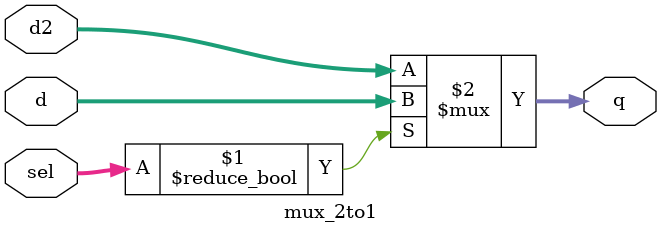
<source format=sv>
module mux_2to1( sel, d, d2, q );
 parameter  DW= 4;
 input logic [1:0] sel;
 input logic [DW-1:0] d;
 input logic [DW-1:0] d2;
 output logic [DW-1:0] q;

 assign q =(sel) ? d : d2;

endmodule 
 

</source>
